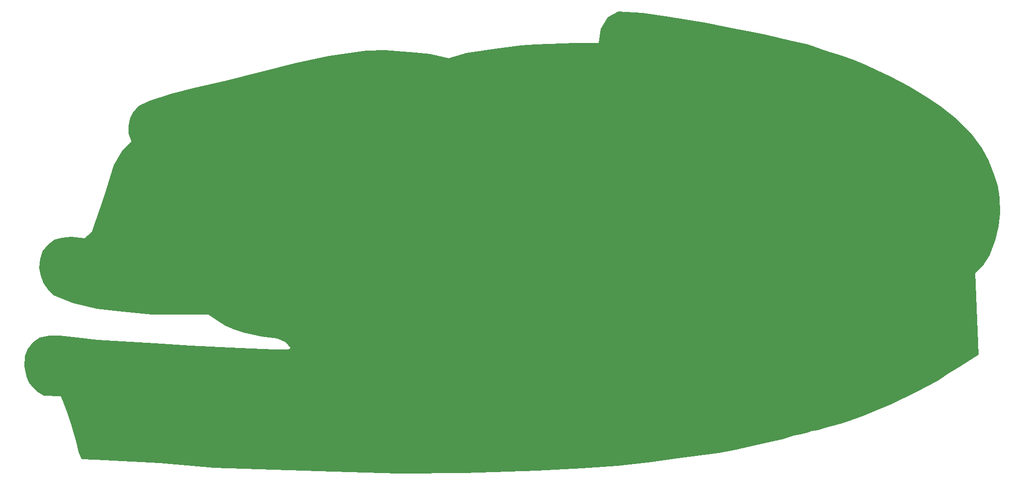
<source format=gtp>
%FSLAX25Y25*%
%MOIN*%
G70*
G01*
G75*
G04 Layer_Color=8421504*
%ADD10P,0.08352X4X381.0*%
%ADD11R,0.05906X0.05906*%
%ADD12P,0.08352X4X393.0*%
%ADD13P,0.08352X4X375.0*%
%ADD14P,0.08352X4X387.0*%
%ADD15P,0.08352X4X165.0*%
%ADD16R,0.05906X0.05906*%
%ADD17C,0.01000*%
%ADD18C,0.01969*%
%ADD19C,0.07874*%
%ADD20C,0.14961*%
%ADD21C,0.11811*%
%ADD22C,0.07575*%
%ADD23C,0.09843*%
%ADD24P,0.08908X4X47.0*%
%ADD25C,0.06299*%
%ADD26C,0.18740*%
%ADD27P,0.09410X4X312.0*%
%ADD28C,0.06654*%
%ADD29C,0.05906*%
%ADD30C,0.11024*%
%ADD31R,0.11024X0.11024*%
%ADD32C,0.25000*%
%ADD33C,0.05512*%
%ADD34P,0.05966X8X112.5*%
%ADD35R,0.06654X0.06654*%
%ADD36R,0.11024X0.11024*%
%ADD37R,0.04921X0.04921*%
%ADD38C,0.04921*%
G04:AMPARAMS|DCode=39|XSize=60mil|YSize=59.96mil|CornerRadius=0mil|HoleSize=0mil|Usage=FLASHONLY|Rotation=357.000|XOffset=0mil|YOffset=0mil|HoleType=Round|Shape=Round|*
%AMOVALD39*
21,1,0.00004,0.05996,0.00000,0.00000,357.0*
1,1,0.05996,-0.00002,0.00000*
1,1,0.05996,0.00002,-0.00000*
%
%ADD39OVALD39*%

%ADD40C,0.04724*%
%ADD41R,0.04921X0.04921*%
%ADD42C,0.05000*%
%ADD43O,0.01181X0.09843*%
%ADD44O,0.09843X0.01181*%
%ADD45R,0.03150X0.03543*%
%ADD46R,0.03543X0.03150*%
%ADD47R,0.07480X0.05906*%
%ADD48R,0.12992X0.05512*%
%ADD49O,0.09055X0.02362*%
%ADD50R,0.03937X0.15551*%
%ADD51R,0.05906X0.07480*%
%ADD52R,0.05906X0.09449*%
%ADD53R,0.27362X0.35827*%
%ADD54R,0.28740X0.34252*%
%ADD55R,0.02362X0.04331*%
%ADD56O,0.06102X0.01181*%
%ADD57O,0.01181X0.06102*%
%ADD58C,0.00984*%
%ADD59C,0.00787*%
%ADD60C,0.00500*%
%ADD61C,0.00591*%
G36*
X1102980Y997770D02*
X1120750Y995150D01*
X1147480Y990670D01*
X1162000Y987730D01*
X1170660Y986030D01*
X1179620Y984330D01*
X1189350Y982480D01*
X1205880Y978300D01*
X1218090Y975520D01*
X1231220Y971040D01*
X1241350Y967940D01*
X1250410Y964800D01*
X1258420Y961200D01*
X1266310Y957610D01*
X1275600Y953310D01*
X1288830Y946460D01*
X1302070Y938330D01*
X1311000Y932300D01*
X1322380Y923480D01*
X1332020Y913840D01*
X1339680Y903510D01*
X1344200Y894690D01*
X1347570Y885980D01*
X1350700Y877270D01*
X1351870Y868570D01*
X1352100Y858120D01*
X1351170Y848720D01*
X1349030Y839090D01*
X1344780Y828290D01*
X1340370Y820860D01*
X1335030Y815980D01*
X1337360Y758980D01*
X1325280Y751320D01*
X1316990Y746440D01*
X1308690Y740580D01*
X1293810Y733020D01*
X1276240Y724480D01*
X1267210Y720820D01*
X1256960Y716430D01*
X1248660Y713260D01*
X1240610Y710570D01*
X1234350Y709120D01*
X1229110Y707740D01*
X1225260Y706500D01*
X1220710Y705540D01*
X1218230Y704570D01*
X1212860Y703470D01*
X1209030Y702590D01*
X1200630Y700030D01*
X1182530Y696090D01*
X1166480Y692460D01*
X1155970Y690450D01*
X1145470Y688910D01*
X1124920Y686280D01*
X1106380Y683650D01*
X1084750Y681490D01*
X1060490Y679640D01*
X1029280Y678090D01*
X978290Y676390D01*
X932240Y676080D01*
X887130Y677320D01*
X803850Y679940D01*
X765840Y683190D01*
X721030Y685820D01*
X711600Y686120D01*
X709600Y690300D01*
X707430Y698790D01*
X704650Y709150D01*
X701560Y718420D01*
X698320Y727070D01*
X696770Y730010D01*
X685340Y730470D01*
X681170Y732630D01*
X677920Y735720D01*
X674990Y739430D01*
X673290Y743140D01*
X671590Y750710D01*
X672050Y758130D01*
X673750Y763070D01*
X677610Y767550D01*
X682400Y771100D01*
X689050Y772500D01*
X696460Y772190D01*
X708510Y770950D01*
X722580Y769410D01*
X762440Y767090D01*
X787620Y765230D01*
X821770Y763690D01*
X845870Y762760D01*
X855450Y762610D01*
X857150Y763840D01*
X853750Y767710D01*
X847880Y770330D01*
X836760Y771570D01*
X825010Y774500D01*
X818530Y776510D01*
X811420Y779450D01*
X806010Y783000D01*
X799990Y786870D01*
X760740Y787020D01*
X740660Y789030D01*
X722270Y791040D01*
X705740Y794900D01*
X692140Y800460D01*
X687810Y804790D01*
X684880Y809120D01*
X682870Y814220D01*
X681940Y819620D01*
X682410Y825800D01*
X684110Y831370D01*
X688120Y835850D01*
X692600Y839250D01*
X697860Y840790D01*
X704350Y841410D01*
X713460Y840480D01*
X718560Y844810D01*
X727210Y869840D01*
X733860Y891470D01*
X739420Y900900D01*
X746220Y907850D01*
X744360Y913410D01*
Y918820D01*
X745140Y923920D01*
X747150Y928090D01*
X751320Y932720D01*
X759040Y936280D01*
X774490Y941220D01*
X790250Y945240D01*
X812190Y950490D01*
X860860Y962550D01*
X884200Y967640D01*
X910150Y971200D01*
X923290Y971660D01*
X944140Y970120D01*
X954500Y969030D01*
X967630Y966100D01*
X979990Y969650D01*
X1000080Y972740D01*
X1018310Y974910D01*
X1027890Y975520D01*
X1037780Y976140D01*
X1055700Y976610D01*
X1072390D01*
X1073470Y986490D01*
X1078720Y994840D01*
X1085980Y998700D01*
X1102980Y997770D01*
D02*
G37*
D10*
X1266294Y949198D02*
D03*
X1253706Y954802D02*
D03*
D11*
X930890Y738000D02*
D03*
X917110D02*
D03*
X820890Y740000D02*
D03*
X807110D02*
D03*
X980890Y738000D02*
D03*
X967110D02*
D03*
X862890Y740000D02*
D03*
X849110D02*
D03*
X1080890Y744000D02*
D03*
X1067110D02*
D03*
D12*
X1198739Y972568D02*
D03*
X1185261Y975432D02*
D03*
D13*
X1295967Y932555D02*
D03*
X1284033Y939445D02*
D03*
D14*
X1232553Y961871D02*
D03*
X1219447Y966129D02*
D03*
D15*
X1184555Y867967D02*
D03*
X1191445Y856033D02*
D03*
D16*
X772000Y743110D02*
D03*
Y756890D02*
D03*
M02*

</source>
